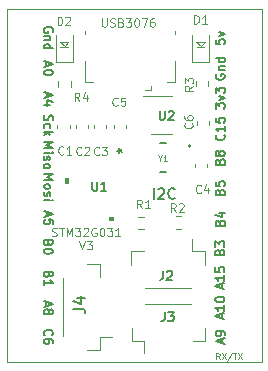
<source format=gbr>
G04 #@! TF.GenerationSoftware,KiCad,Pcbnew,(6.0.7)*
G04 #@! TF.CreationDate,2022-08-21T23:09:39-05:00*
G04 #@! TF.ProjectId,STM32QFN28Breakout,53544d33-3251-4464-9e32-38427265616b,rev?*
G04 #@! TF.SameCoordinates,Original*
G04 #@! TF.FileFunction,Legend,Top*
G04 #@! TF.FilePolarity,Positive*
%FSLAX46Y46*%
G04 Gerber Fmt 4.6, Leading zero omitted, Abs format (unit mm)*
G04 Created by KiCad (PCBNEW (6.0.7)) date 2022-08-21 23:09:39*
%MOMM*%
%LPD*%
G01*
G04 APERTURE LIST*
%ADD10C,0.100000*%
%ADD11C,0.120000*%
G04 #@! TA.AperFunction,Profile*
%ADD12C,0.050000*%
G04 #@! TD*
%ADD13C,0.152400*%
%ADD14C,0.127000*%
%ADD15C,0.150000*%
%ADD16C,0.120132*%
%ADD17C,0.200000*%
G04 APERTURE END LIST*
D10*
X209365333Y-79626666D02*
X209365333Y-80193333D01*
X209398666Y-80260000D01*
X209432000Y-80293333D01*
X209498666Y-80326666D01*
X209632000Y-80326666D01*
X209698666Y-80293333D01*
X209732000Y-80260000D01*
X209765333Y-80193333D01*
X209765333Y-79626666D01*
X210065333Y-80293333D02*
X210165333Y-80326666D01*
X210332000Y-80326666D01*
X210398666Y-80293333D01*
X210432000Y-80260000D01*
X210465333Y-80193333D01*
X210465333Y-80126666D01*
X210432000Y-80060000D01*
X210398666Y-80026666D01*
X210332000Y-79993333D01*
X210198666Y-79960000D01*
X210132000Y-79926666D01*
X210098666Y-79893333D01*
X210065333Y-79826666D01*
X210065333Y-79760000D01*
X210098666Y-79693333D01*
X210132000Y-79660000D01*
X210198666Y-79626666D01*
X210365333Y-79626666D01*
X210465333Y-79660000D01*
X210998666Y-79960000D02*
X211098666Y-79993333D01*
X211132000Y-80026666D01*
X211165333Y-80093333D01*
X211165333Y-80193333D01*
X211132000Y-80260000D01*
X211098666Y-80293333D01*
X211032000Y-80326666D01*
X210765333Y-80326666D01*
X210765333Y-79626666D01*
X210998666Y-79626666D01*
X211065333Y-79660000D01*
X211098666Y-79693333D01*
X211132000Y-79760000D01*
X211132000Y-79826666D01*
X211098666Y-79893333D01*
X211065333Y-79926666D01*
X210998666Y-79960000D01*
X210765333Y-79960000D01*
X211398666Y-79626666D02*
X211832000Y-79626666D01*
X211598666Y-79893333D01*
X211698666Y-79893333D01*
X211765333Y-79926666D01*
X211798666Y-79960000D01*
X211832000Y-80026666D01*
X211832000Y-80193333D01*
X211798666Y-80260000D01*
X211765333Y-80293333D01*
X211698666Y-80326666D01*
X211498666Y-80326666D01*
X211432000Y-80293333D01*
X211398666Y-80260000D01*
X212265333Y-79626666D02*
X212332000Y-79626666D01*
X212398666Y-79660000D01*
X212432000Y-79693333D01*
X212465333Y-79760000D01*
X212498666Y-79893333D01*
X212498666Y-80060000D01*
X212465333Y-80193333D01*
X212432000Y-80260000D01*
X212398666Y-80293333D01*
X212332000Y-80326666D01*
X212265333Y-80326666D01*
X212198666Y-80293333D01*
X212165333Y-80260000D01*
X212132000Y-80193333D01*
X212098666Y-80060000D01*
X212098666Y-79893333D01*
X212132000Y-79760000D01*
X212165333Y-79693333D01*
X212198666Y-79660000D01*
X212265333Y-79626666D01*
X212732000Y-79626666D02*
X213198666Y-79626666D01*
X212898666Y-80326666D01*
X213765333Y-79626666D02*
X213632000Y-79626666D01*
X213565333Y-79660000D01*
X213532000Y-79693333D01*
X213465333Y-79793333D01*
X213432000Y-79926666D01*
X213432000Y-80193333D01*
X213465333Y-80260000D01*
X213498666Y-80293333D01*
X213565333Y-80326666D01*
X213698666Y-80326666D01*
X213765333Y-80293333D01*
X213798666Y-80260000D01*
X213832000Y-80193333D01*
X213832000Y-80026666D01*
X213798666Y-79960000D01*
X213765333Y-79926666D01*
X213698666Y-79893333D01*
X213565333Y-79893333D01*
X213498666Y-79926666D01*
X213465333Y-79960000D01*
X213432000Y-80026666D01*
D11*
X206200600Y-81991900D02*
X205806900Y-81636300D01*
X206530800Y-81636300D02*
X206200600Y-81991900D01*
X205845000Y-82030000D02*
X206480000Y-82030000D01*
X205819600Y-81636300D02*
X206530800Y-81636300D01*
X217740600Y-81981900D02*
X217346900Y-81626300D01*
X217385000Y-82020000D02*
X218020000Y-82020000D01*
X218070800Y-81626300D02*
X217740600Y-81981900D01*
X217359600Y-81626300D02*
X218070800Y-81626300D01*
D12*
X201300000Y-78800000D02*
X201300000Y-108700000D01*
X201300000Y-108700000D02*
X222900000Y-108700000D01*
X222900000Y-108700000D02*
X222900000Y-78800000D01*
X222900000Y-78800000D02*
X201300000Y-78800000D01*
D13*
X213762166Y-94890166D02*
X213762166Y-94001166D01*
X214143166Y-94085833D02*
X214185500Y-94043500D01*
X214270166Y-94001166D01*
X214481833Y-94001166D01*
X214566500Y-94043500D01*
X214608833Y-94085833D01*
X214651166Y-94170500D01*
X214651166Y-94255166D01*
X214608833Y-94382166D01*
X214100833Y-94890166D01*
X214651166Y-94890166D01*
X215540166Y-94805500D02*
X215497833Y-94847833D01*
X215370833Y-94890166D01*
X215286166Y-94890166D01*
X215159166Y-94847833D01*
X215074500Y-94763166D01*
X215032166Y-94678500D01*
X214989833Y-94509166D01*
X214989833Y-94382166D01*
X215032166Y-94212833D01*
X215074500Y-94128166D01*
X215159166Y-94043500D01*
X215286166Y-94001166D01*
X215370833Y-94001166D01*
X215497833Y-94043500D01*
X215540166Y-94085833D01*
D10*
X219326190Y-108476190D02*
X219159523Y-108238095D01*
X219040476Y-108476190D02*
X219040476Y-107976190D01*
X219230952Y-107976190D01*
X219278571Y-108000000D01*
X219302380Y-108023809D01*
X219326190Y-108071428D01*
X219326190Y-108142857D01*
X219302380Y-108190476D01*
X219278571Y-108214285D01*
X219230952Y-108238095D01*
X219040476Y-108238095D01*
X219492857Y-107976190D02*
X219826190Y-108476190D01*
X219826190Y-107976190D02*
X219492857Y-108476190D01*
X220373809Y-107952380D02*
X219945238Y-108595238D01*
X220469047Y-107976190D02*
X220754761Y-107976190D01*
X220611904Y-108476190D02*
X220611904Y-107976190D01*
X220873809Y-107976190D02*
X221207142Y-108476190D01*
X221207142Y-107976190D02*
X220873809Y-108476190D01*
D14*
X204663000Y-103595714D02*
X204663000Y-103958571D01*
X204445285Y-103523142D02*
X205207285Y-103777142D01*
X204445285Y-104031142D01*
X204880714Y-104394000D02*
X204917000Y-104321428D01*
X204953285Y-104285142D01*
X205025857Y-104248857D01*
X205062142Y-104248857D01*
X205134714Y-104285142D01*
X205171000Y-104321428D01*
X205207285Y-104394000D01*
X205207285Y-104539142D01*
X205171000Y-104611714D01*
X205134714Y-104648000D01*
X205062142Y-104684285D01*
X205025857Y-104684285D01*
X204953285Y-104648000D01*
X204917000Y-104611714D01*
X204880714Y-104539142D01*
X204880714Y-104394000D01*
X204844428Y-104321428D01*
X204808142Y-104285142D01*
X204735571Y-104248857D01*
X204590428Y-104248857D01*
X204517857Y-104285142D01*
X204481571Y-104321428D01*
X204445285Y-104394000D01*
X204445285Y-104539142D01*
X204481571Y-104611714D01*
X204517857Y-104648000D01*
X204590428Y-104684285D01*
X204735571Y-104684285D01*
X204808142Y-104648000D01*
X204844428Y-104611714D01*
X204880714Y-104539142D01*
X205181000Y-80780142D02*
X205217285Y-80707571D01*
X205217285Y-80598714D01*
X205181000Y-80489857D01*
X205108428Y-80417285D01*
X205035857Y-80381000D01*
X204890714Y-80344714D01*
X204781857Y-80344714D01*
X204636714Y-80381000D01*
X204564142Y-80417285D01*
X204491571Y-80489857D01*
X204455285Y-80598714D01*
X204455285Y-80671285D01*
X204491571Y-80780142D01*
X204527857Y-80816428D01*
X204781857Y-80816428D01*
X204781857Y-80671285D01*
X204963285Y-81143000D02*
X204455285Y-81143000D01*
X204890714Y-81143000D02*
X204927000Y-81179285D01*
X204963285Y-81251857D01*
X204963285Y-81360714D01*
X204927000Y-81433285D01*
X204854428Y-81469571D01*
X204455285Y-81469571D01*
X204455285Y-82159000D02*
X205217285Y-82159000D01*
X204491571Y-82159000D02*
X204455285Y-82086428D01*
X204455285Y-81941285D01*
X204491571Y-81868714D01*
X204527857Y-81832428D01*
X204600428Y-81796142D01*
X204818142Y-81796142D01*
X204890714Y-81832428D01*
X204927000Y-81868714D01*
X204963285Y-81941285D01*
X204963285Y-82086428D01*
X204927000Y-82159000D01*
X204517857Y-106453000D02*
X204481571Y-106416714D01*
X204445285Y-106307857D01*
X204445285Y-106235285D01*
X204481571Y-106126428D01*
X204554142Y-106053857D01*
X204626714Y-106017571D01*
X204771857Y-105981285D01*
X204880714Y-105981285D01*
X205025857Y-106017571D01*
X205098428Y-106053857D01*
X205171000Y-106126428D01*
X205207285Y-106235285D01*
X205207285Y-106307857D01*
X205171000Y-106416714D01*
X205134714Y-106453000D01*
X205207285Y-107106142D02*
X205207285Y-106961000D01*
X205171000Y-106888428D01*
X205134714Y-106852142D01*
X205025857Y-106779571D01*
X204880714Y-106743285D01*
X204590428Y-106743285D01*
X204517857Y-106779571D01*
X204481571Y-106815857D01*
X204445285Y-106888428D01*
X204445285Y-107033571D01*
X204481571Y-107106142D01*
X204517857Y-107142428D01*
X204590428Y-107178714D01*
X204771857Y-107178714D01*
X204844428Y-107142428D01*
X204880714Y-107106142D01*
X204917000Y-107033571D01*
X204917000Y-106888428D01*
X204880714Y-106815857D01*
X204844428Y-106779571D01*
X204771857Y-106743285D01*
X204834428Y-98631571D02*
X204798142Y-98740428D01*
X204761857Y-98776714D01*
X204689285Y-98813000D01*
X204580428Y-98813000D01*
X204507857Y-98776714D01*
X204471571Y-98740428D01*
X204435285Y-98667857D01*
X204435285Y-98377571D01*
X205197285Y-98377571D01*
X205197285Y-98631571D01*
X205161000Y-98704142D01*
X205124714Y-98740428D01*
X205052142Y-98776714D01*
X204979571Y-98776714D01*
X204907000Y-98740428D01*
X204870714Y-98704142D01*
X204834428Y-98631571D01*
X204834428Y-98377571D01*
X205197285Y-99284714D02*
X205197285Y-99357285D01*
X205161000Y-99429857D01*
X205124714Y-99466142D01*
X205052142Y-99502428D01*
X204907000Y-99538714D01*
X204725571Y-99538714D01*
X204580428Y-99502428D01*
X204507857Y-99466142D01*
X204471571Y-99429857D01*
X204435285Y-99357285D01*
X204435285Y-99284714D01*
X204471571Y-99212142D01*
X204507857Y-99175857D01*
X204580428Y-99139571D01*
X204725571Y-99103285D01*
X204907000Y-99103285D01*
X205052142Y-99139571D01*
X205124714Y-99175857D01*
X205161000Y-99212142D01*
X205197285Y-99284714D01*
D10*
X205142666Y-98017833D02*
X205242666Y-98051166D01*
X205409333Y-98051166D01*
X205476000Y-98017833D01*
X205509333Y-97984500D01*
X205542666Y-97917833D01*
X205542666Y-97851166D01*
X205509333Y-97784500D01*
X205476000Y-97751166D01*
X205409333Y-97717833D01*
X205276000Y-97684500D01*
X205209333Y-97651166D01*
X205176000Y-97617833D01*
X205142666Y-97551166D01*
X205142666Y-97484500D01*
X205176000Y-97417833D01*
X205209333Y-97384500D01*
X205276000Y-97351166D01*
X205442666Y-97351166D01*
X205542666Y-97384500D01*
X205742666Y-97351166D02*
X206142666Y-97351166D01*
X205942666Y-98051166D02*
X205942666Y-97351166D01*
X206376000Y-98051166D02*
X206376000Y-97351166D01*
X206609333Y-97851166D01*
X206842666Y-97351166D01*
X206842666Y-98051166D01*
X207109333Y-97351166D02*
X207542666Y-97351166D01*
X207309333Y-97617833D01*
X207409333Y-97617833D01*
X207476000Y-97651166D01*
X207509333Y-97684500D01*
X207542666Y-97751166D01*
X207542666Y-97917833D01*
X207509333Y-97984500D01*
X207476000Y-98017833D01*
X207409333Y-98051166D01*
X207209333Y-98051166D01*
X207142666Y-98017833D01*
X207109333Y-97984500D01*
X207809333Y-97417833D02*
X207842666Y-97384500D01*
X207909333Y-97351166D01*
X208076000Y-97351166D01*
X208142666Y-97384500D01*
X208176000Y-97417833D01*
X208209333Y-97484500D01*
X208209333Y-97551166D01*
X208176000Y-97651166D01*
X207776000Y-98051166D01*
X208209333Y-98051166D01*
X208876000Y-97384500D02*
X208809333Y-97351166D01*
X208709333Y-97351166D01*
X208609333Y-97384500D01*
X208542666Y-97451166D01*
X208509333Y-97517833D01*
X208476000Y-97651166D01*
X208476000Y-97751166D01*
X208509333Y-97884500D01*
X208542666Y-97951166D01*
X208609333Y-98017833D01*
X208709333Y-98051166D01*
X208776000Y-98051166D01*
X208876000Y-98017833D01*
X208909333Y-97984500D01*
X208909333Y-97751166D01*
X208776000Y-97751166D01*
X209342666Y-97351166D02*
X209409333Y-97351166D01*
X209476000Y-97384500D01*
X209509333Y-97417833D01*
X209542666Y-97484500D01*
X209576000Y-97617833D01*
X209576000Y-97784500D01*
X209542666Y-97917833D01*
X209509333Y-97984500D01*
X209476000Y-98017833D01*
X209409333Y-98051166D01*
X209342666Y-98051166D01*
X209276000Y-98017833D01*
X209242666Y-97984500D01*
X209209333Y-97917833D01*
X209176000Y-97784500D01*
X209176000Y-97617833D01*
X209209333Y-97484500D01*
X209242666Y-97417833D01*
X209276000Y-97384500D01*
X209342666Y-97351166D01*
X209809333Y-97351166D02*
X210242666Y-97351166D01*
X210009333Y-97617833D01*
X210109333Y-97617833D01*
X210176000Y-97651166D01*
X210209333Y-97684500D01*
X210242666Y-97751166D01*
X210242666Y-97917833D01*
X210209333Y-97984500D01*
X210176000Y-98017833D01*
X210109333Y-98051166D01*
X209909333Y-98051166D01*
X209842666Y-98017833D01*
X209809333Y-97984500D01*
X210909333Y-98051166D02*
X210509333Y-98051166D01*
X210709333Y-98051166D02*
X210709333Y-97351166D01*
X210642666Y-97451166D01*
X210576000Y-97517833D01*
X210509333Y-97551166D01*
X207459333Y-98478166D02*
X207692666Y-99178166D01*
X207926000Y-98478166D01*
X208092666Y-98478166D02*
X208526000Y-98478166D01*
X208292666Y-98744833D01*
X208392666Y-98744833D01*
X208459333Y-98778166D01*
X208492666Y-98811500D01*
X208526000Y-98878166D01*
X208526000Y-99044833D01*
X208492666Y-99111500D01*
X208459333Y-99144833D01*
X208392666Y-99178166D01*
X208192666Y-99178166D01*
X208126000Y-99144833D01*
X208092666Y-99111500D01*
D14*
X204435285Y-90111428D02*
X205197285Y-90111428D01*
X204653000Y-90365428D01*
X205197285Y-90619428D01*
X204435285Y-90619428D01*
X204435285Y-90982285D02*
X204943285Y-90982285D01*
X205197285Y-90982285D02*
X205161000Y-90946000D01*
X205124714Y-90982285D01*
X205161000Y-91018571D01*
X205197285Y-90982285D01*
X205124714Y-90982285D01*
X204471571Y-91308857D02*
X204435285Y-91381428D01*
X204435285Y-91526571D01*
X204471571Y-91599142D01*
X204544142Y-91635428D01*
X204580428Y-91635428D01*
X204653000Y-91599142D01*
X204689285Y-91526571D01*
X204689285Y-91417714D01*
X204725571Y-91345142D01*
X204798142Y-91308857D01*
X204834428Y-91308857D01*
X204907000Y-91345142D01*
X204943285Y-91417714D01*
X204943285Y-91526571D01*
X204907000Y-91599142D01*
X204435285Y-92070857D02*
X204471571Y-91998285D01*
X204507857Y-91962000D01*
X204580428Y-91925714D01*
X204798142Y-91925714D01*
X204870714Y-91962000D01*
X204907000Y-91998285D01*
X204943285Y-92070857D01*
X204943285Y-92179714D01*
X204907000Y-92252285D01*
X204870714Y-92288571D01*
X204798142Y-92324857D01*
X204580428Y-92324857D01*
X204507857Y-92288571D01*
X204471571Y-92252285D01*
X204435285Y-92179714D01*
X204435285Y-92070857D01*
X219517000Y-102477142D02*
X219517000Y-102114285D01*
X219734714Y-102549714D02*
X218972714Y-102295714D01*
X219734714Y-102041714D01*
X219734714Y-101388571D02*
X219734714Y-101824000D01*
X219734714Y-101606285D02*
X218972714Y-101606285D01*
X219081571Y-101678857D01*
X219154142Y-101751428D01*
X219190428Y-101824000D01*
X218972714Y-100699142D02*
X218972714Y-101062000D01*
X219335571Y-101098285D01*
X219299285Y-101062000D01*
X219263000Y-100989428D01*
X219263000Y-100808000D01*
X219299285Y-100735428D01*
X219335571Y-100699142D01*
X219408142Y-100662857D01*
X219589571Y-100662857D01*
X219662142Y-100699142D01*
X219698428Y-100735428D01*
X219734714Y-100808000D01*
X219734714Y-100989428D01*
X219698428Y-101062000D01*
X219662142Y-101098285D01*
X218982714Y-81418857D02*
X218982714Y-81781714D01*
X219345571Y-81818000D01*
X219309285Y-81781714D01*
X219273000Y-81709142D01*
X219273000Y-81527714D01*
X219309285Y-81455142D01*
X219345571Y-81418857D01*
X219418142Y-81382571D01*
X219599571Y-81382571D01*
X219672142Y-81418857D01*
X219708428Y-81455142D01*
X219744714Y-81527714D01*
X219744714Y-81709142D01*
X219708428Y-81781714D01*
X219672142Y-81818000D01*
X219236714Y-81128571D02*
X219744714Y-80947142D01*
X219236714Y-80765714D01*
X219335571Y-99388428D02*
X219371857Y-99279571D01*
X219408142Y-99243285D01*
X219480714Y-99207000D01*
X219589571Y-99207000D01*
X219662142Y-99243285D01*
X219698428Y-99279571D01*
X219734714Y-99352142D01*
X219734714Y-99642428D01*
X218972714Y-99642428D01*
X218972714Y-99388428D01*
X219009000Y-99315857D01*
X219045285Y-99279571D01*
X219117857Y-99243285D01*
X219190428Y-99243285D01*
X219263000Y-99279571D01*
X219299285Y-99315857D01*
X219335571Y-99388428D01*
X219335571Y-99642428D01*
X218972714Y-98953000D02*
X218972714Y-98481285D01*
X219263000Y-98735285D01*
X219263000Y-98626428D01*
X219299285Y-98553857D01*
X219335571Y-98517571D01*
X219408142Y-98481285D01*
X219589571Y-98481285D01*
X219662142Y-98517571D01*
X219698428Y-98553857D01*
X219734714Y-98626428D01*
X219734714Y-98844142D01*
X219698428Y-98916714D01*
X219662142Y-98953000D01*
X219345571Y-96918428D02*
X219381857Y-96809571D01*
X219418142Y-96773285D01*
X219490714Y-96737000D01*
X219599571Y-96737000D01*
X219672142Y-96773285D01*
X219708428Y-96809571D01*
X219744714Y-96882142D01*
X219744714Y-97172428D01*
X218982714Y-97172428D01*
X218982714Y-96918428D01*
X219019000Y-96845857D01*
X219055285Y-96809571D01*
X219127857Y-96773285D01*
X219200428Y-96773285D01*
X219273000Y-96809571D01*
X219309285Y-96845857D01*
X219345571Y-96918428D01*
X219345571Y-97172428D01*
X219236714Y-96083857D02*
X219744714Y-96083857D01*
X218946428Y-96265285D02*
X219490714Y-96446714D01*
X219490714Y-95975000D01*
X219672142Y-89469857D02*
X219708428Y-89506142D01*
X219744714Y-89615000D01*
X219744714Y-89687571D01*
X219708428Y-89796428D01*
X219635857Y-89869000D01*
X219563285Y-89905285D01*
X219418142Y-89941571D01*
X219309285Y-89941571D01*
X219164142Y-89905285D01*
X219091571Y-89869000D01*
X219019000Y-89796428D01*
X218982714Y-89687571D01*
X218982714Y-89615000D01*
X219019000Y-89506142D01*
X219055285Y-89469857D01*
X219744714Y-88744142D02*
X219744714Y-89179571D01*
X219744714Y-88961857D02*
X218982714Y-88961857D01*
X219091571Y-89034428D01*
X219164142Y-89107000D01*
X219200428Y-89179571D01*
X218982714Y-88054714D02*
X218982714Y-88417571D01*
X219345571Y-88453857D01*
X219309285Y-88417571D01*
X219273000Y-88345000D01*
X219273000Y-88163571D01*
X219309285Y-88091000D01*
X219345571Y-88054714D01*
X219418142Y-88018428D01*
X219599571Y-88018428D01*
X219672142Y-88054714D01*
X219708428Y-88091000D01*
X219744714Y-88163571D01*
X219744714Y-88345000D01*
X219708428Y-88417571D01*
X219672142Y-88453857D01*
X204465285Y-92821428D02*
X205227285Y-92821428D01*
X204683000Y-93075428D01*
X205227285Y-93329428D01*
X204465285Y-93329428D01*
X204465285Y-93801142D02*
X204501571Y-93728571D01*
X204537857Y-93692285D01*
X204610428Y-93656000D01*
X204828142Y-93656000D01*
X204900714Y-93692285D01*
X204937000Y-93728571D01*
X204973285Y-93801142D01*
X204973285Y-93910000D01*
X204937000Y-93982571D01*
X204900714Y-94018857D01*
X204828142Y-94055142D01*
X204610428Y-94055142D01*
X204537857Y-94018857D01*
X204501571Y-93982571D01*
X204465285Y-93910000D01*
X204465285Y-93801142D01*
X204501571Y-94345428D02*
X204465285Y-94418000D01*
X204465285Y-94563142D01*
X204501571Y-94635714D01*
X204574142Y-94672000D01*
X204610428Y-94672000D01*
X204683000Y-94635714D01*
X204719285Y-94563142D01*
X204719285Y-94454285D01*
X204755571Y-94381714D01*
X204828142Y-94345428D01*
X204864428Y-94345428D01*
X204937000Y-94381714D01*
X204973285Y-94454285D01*
X204973285Y-94563142D01*
X204937000Y-94635714D01*
X204465285Y-94998571D02*
X204973285Y-94998571D01*
X205227285Y-94998571D02*
X205191000Y-94962285D01*
X205154714Y-94998571D01*
X205191000Y-95034857D01*
X205227285Y-94998571D01*
X205154714Y-94998571D01*
X219517000Y-105017142D02*
X219517000Y-104654285D01*
X219734714Y-105089714D02*
X218972714Y-104835714D01*
X219734714Y-104581714D01*
X219734714Y-103928571D02*
X219734714Y-104364000D01*
X219734714Y-104146285D02*
X218972714Y-104146285D01*
X219081571Y-104218857D01*
X219154142Y-104291428D01*
X219190428Y-104364000D01*
X218972714Y-103456857D02*
X218972714Y-103384285D01*
X219009000Y-103311714D01*
X219045285Y-103275428D01*
X219117857Y-103239142D01*
X219263000Y-103202857D01*
X219444428Y-103202857D01*
X219589571Y-103239142D01*
X219662142Y-103275428D01*
X219698428Y-103311714D01*
X219734714Y-103384285D01*
X219734714Y-103456857D01*
X219698428Y-103529428D01*
X219662142Y-103565714D01*
X219589571Y-103602000D01*
X219444428Y-103638285D01*
X219263000Y-103638285D01*
X219117857Y-103602000D01*
X219045285Y-103565714D01*
X219009000Y-103529428D01*
X218972714Y-103456857D01*
X204854428Y-101311571D02*
X204818142Y-101420428D01*
X204781857Y-101456714D01*
X204709285Y-101493000D01*
X204600428Y-101493000D01*
X204527857Y-101456714D01*
X204491571Y-101420428D01*
X204455285Y-101347857D01*
X204455285Y-101057571D01*
X205217285Y-101057571D01*
X205217285Y-101311571D01*
X205181000Y-101384142D01*
X205144714Y-101420428D01*
X205072142Y-101456714D01*
X204999571Y-101456714D01*
X204927000Y-101420428D01*
X204890714Y-101384142D01*
X204854428Y-101311571D01*
X204854428Y-101057571D01*
X204455285Y-102218714D02*
X204455285Y-101783285D01*
X204455285Y-102001000D02*
X205217285Y-102001000D01*
X205108428Y-101928428D01*
X205035857Y-101855857D01*
X204999571Y-101783285D01*
X219537000Y-107134285D02*
X219537000Y-106771428D01*
X219754714Y-107206857D02*
X218992714Y-106952857D01*
X219754714Y-106698857D01*
X219754714Y-106408571D02*
X219754714Y-106263428D01*
X219718428Y-106190857D01*
X219682142Y-106154571D01*
X219573285Y-106082000D01*
X219428142Y-106045714D01*
X219137857Y-106045714D01*
X219065285Y-106082000D01*
X219029000Y-106118285D01*
X218992714Y-106190857D01*
X218992714Y-106336000D01*
X219029000Y-106408571D01*
X219065285Y-106444857D01*
X219137857Y-106481142D01*
X219319285Y-106481142D01*
X219391857Y-106444857D01*
X219428142Y-106408571D01*
X219464428Y-106336000D01*
X219464428Y-106190857D01*
X219428142Y-106118285D01*
X219391857Y-106082000D01*
X219319285Y-106045714D01*
X204673000Y-85905714D02*
X204673000Y-86268571D01*
X204455285Y-85833142D02*
X205217285Y-86087142D01*
X204455285Y-86341142D01*
X204963285Y-86921714D02*
X204455285Y-86921714D01*
X205253571Y-86740285D02*
X204709285Y-86558857D01*
X204709285Y-87030571D01*
X204491571Y-87827285D02*
X204455285Y-87936142D01*
X204455285Y-88117571D01*
X204491571Y-88190142D01*
X204527857Y-88226428D01*
X204600428Y-88262714D01*
X204673000Y-88262714D01*
X204745571Y-88226428D01*
X204781857Y-88190142D01*
X204818142Y-88117571D01*
X204854428Y-87972428D01*
X204890714Y-87899857D01*
X204927000Y-87863571D01*
X204999571Y-87827285D01*
X205072142Y-87827285D01*
X205144714Y-87863571D01*
X205181000Y-87899857D01*
X205217285Y-87972428D01*
X205217285Y-88153857D01*
X205181000Y-88262714D01*
X204491571Y-88915857D02*
X204455285Y-88843285D01*
X204455285Y-88698142D01*
X204491571Y-88625571D01*
X204527857Y-88589285D01*
X204600428Y-88553000D01*
X204818142Y-88553000D01*
X204890714Y-88589285D01*
X204927000Y-88625571D01*
X204963285Y-88698142D01*
X204963285Y-88843285D01*
X204927000Y-88915857D01*
X204455285Y-89242428D02*
X205217285Y-89242428D01*
X204745571Y-89315000D02*
X204455285Y-89532714D01*
X204963285Y-89532714D02*
X204673000Y-89242428D01*
X219345571Y-94308428D02*
X219381857Y-94199571D01*
X219418142Y-94163285D01*
X219490714Y-94127000D01*
X219599571Y-94127000D01*
X219672142Y-94163285D01*
X219708428Y-94199571D01*
X219744714Y-94272142D01*
X219744714Y-94562428D01*
X218982714Y-94562428D01*
X218982714Y-94308428D01*
X219019000Y-94235857D01*
X219055285Y-94199571D01*
X219127857Y-94163285D01*
X219200428Y-94163285D01*
X219273000Y-94199571D01*
X219309285Y-94235857D01*
X219345571Y-94308428D01*
X219345571Y-94562428D01*
X218982714Y-93437571D02*
X218982714Y-93800428D01*
X219345571Y-93836714D01*
X219309285Y-93800428D01*
X219273000Y-93727857D01*
X219273000Y-93546428D01*
X219309285Y-93473857D01*
X219345571Y-93437571D01*
X219418142Y-93401285D01*
X219599571Y-93401285D01*
X219672142Y-93437571D01*
X219708428Y-93473857D01*
X219744714Y-93546428D01*
X219744714Y-93727857D01*
X219708428Y-93800428D01*
X219672142Y-93836714D01*
X219019000Y-84369857D02*
X218982714Y-84442428D01*
X218982714Y-84551285D01*
X219019000Y-84660142D01*
X219091571Y-84732714D01*
X219164142Y-84769000D01*
X219309285Y-84805285D01*
X219418142Y-84805285D01*
X219563285Y-84769000D01*
X219635857Y-84732714D01*
X219708428Y-84660142D01*
X219744714Y-84551285D01*
X219744714Y-84478714D01*
X219708428Y-84369857D01*
X219672142Y-84333571D01*
X219418142Y-84333571D01*
X219418142Y-84478714D01*
X219236714Y-84007000D02*
X219744714Y-84007000D01*
X219309285Y-84007000D02*
X219273000Y-83970714D01*
X219236714Y-83898142D01*
X219236714Y-83789285D01*
X219273000Y-83716714D01*
X219345571Y-83680428D01*
X219744714Y-83680428D01*
X219744714Y-82991000D02*
X218982714Y-82991000D01*
X219708428Y-82991000D02*
X219744714Y-83063571D01*
X219744714Y-83208714D01*
X219708428Y-83281285D01*
X219672142Y-83317571D01*
X219599571Y-83353857D01*
X219381857Y-83353857D01*
X219309285Y-83317571D01*
X219273000Y-83281285D01*
X219236714Y-83208714D01*
X219236714Y-83063571D01*
X219273000Y-82991000D01*
X219345571Y-91748428D02*
X219381857Y-91639571D01*
X219418142Y-91603285D01*
X219490714Y-91567000D01*
X219599571Y-91567000D01*
X219672142Y-91603285D01*
X219708428Y-91639571D01*
X219744714Y-91712142D01*
X219744714Y-92002428D01*
X218982714Y-92002428D01*
X218982714Y-91748428D01*
X219019000Y-91675857D01*
X219055285Y-91639571D01*
X219127857Y-91603285D01*
X219200428Y-91603285D01*
X219273000Y-91639571D01*
X219309285Y-91675857D01*
X219345571Y-91748428D01*
X219345571Y-92002428D01*
X219309285Y-91131571D02*
X219273000Y-91204142D01*
X219236714Y-91240428D01*
X219164142Y-91276714D01*
X219127857Y-91276714D01*
X219055285Y-91240428D01*
X219019000Y-91204142D01*
X218982714Y-91131571D01*
X218982714Y-90986428D01*
X219019000Y-90913857D01*
X219055285Y-90877571D01*
X219127857Y-90841285D01*
X219164142Y-90841285D01*
X219236714Y-90877571D01*
X219273000Y-90913857D01*
X219309285Y-90986428D01*
X219309285Y-91131571D01*
X219345571Y-91204142D01*
X219381857Y-91240428D01*
X219454428Y-91276714D01*
X219599571Y-91276714D01*
X219672142Y-91240428D01*
X219708428Y-91204142D01*
X219744714Y-91131571D01*
X219744714Y-90986428D01*
X219708428Y-90913857D01*
X219672142Y-90877571D01*
X219599571Y-90841285D01*
X219454428Y-90841285D01*
X219381857Y-90877571D01*
X219345571Y-90913857D01*
X219309285Y-90986428D01*
X218982714Y-87257142D02*
X218982714Y-86785428D01*
X219273000Y-87039428D01*
X219273000Y-86930571D01*
X219309285Y-86858000D01*
X219345571Y-86821714D01*
X219418142Y-86785428D01*
X219599571Y-86785428D01*
X219672142Y-86821714D01*
X219708428Y-86858000D01*
X219744714Y-86930571D01*
X219744714Y-87148285D01*
X219708428Y-87220857D01*
X219672142Y-87257142D01*
X219236714Y-86531428D02*
X219744714Y-86350000D01*
X219236714Y-86168571D01*
X218982714Y-85950857D02*
X218982714Y-85479142D01*
X219273000Y-85733142D01*
X219273000Y-85624285D01*
X219309285Y-85551714D01*
X219345571Y-85515428D01*
X219418142Y-85479142D01*
X219599571Y-85479142D01*
X219672142Y-85515428D01*
X219708428Y-85551714D01*
X219744714Y-85624285D01*
X219744714Y-85842000D01*
X219708428Y-85914571D01*
X219672142Y-85950857D01*
X204683000Y-95975714D02*
X204683000Y-96338571D01*
X204465285Y-95903142D02*
X205227285Y-96157142D01*
X204465285Y-96411142D01*
X205227285Y-97028000D02*
X205227285Y-96665142D01*
X204864428Y-96628857D01*
X204900714Y-96665142D01*
X204937000Y-96737714D01*
X204937000Y-96919142D01*
X204900714Y-96991714D01*
X204864428Y-97028000D01*
X204791857Y-97064285D01*
X204610428Y-97064285D01*
X204537857Y-97028000D01*
X204501571Y-96991714D01*
X204465285Y-96919142D01*
X204465285Y-96737714D01*
X204501571Y-96665142D01*
X204537857Y-96628857D01*
X204663000Y-83325714D02*
X204663000Y-83688571D01*
X204445285Y-83253142D02*
X205207285Y-83507142D01*
X204445285Y-83761142D01*
X205207285Y-84160285D02*
X205207285Y-84232857D01*
X205171000Y-84305428D01*
X205134714Y-84341714D01*
X205062142Y-84378000D01*
X204917000Y-84414285D01*
X204735571Y-84414285D01*
X204590428Y-84378000D01*
X204517857Y-84341714D01*
X204481571Y-84305428D01*
X204445285Y-84232857D01*
X204445285Y-84160285D01*
X204481571Y-84087714D01*
X204517857Y-84051428D01*
X204590428Y-84015142D01*
X204735571Y-83978857D01*
X204917000Y-83978857D01*
X205062142Y-84015142D01*
X205134714Y-84051428D01*
X205171000Y-84087714D01*
X205207285Y-84160285D01*
X208542708Y-93440794D02*
X208542708Y-94057651D01*
X208578994Y-94130222D01*
X208615280Y-94166508D01*
X208687851Y-94202794D01*
X208832994Y-94202794D01*
X208905565Y-94166508D01*
X208941851Y-94130222D01*
X208978137Y-94057651D01*
X208978137Y-93440794D01*
X209740137Y-94202794D02*
X209304708Y-94202794D01*
X209522422Y-94202794D02*
X209522422Y-93440794D01*
X209449851Y-93549651D01*
X209377280Y-93622222D01*
X209304708Y-93658508D01*
D15*
X210652380Y-90820000D02*
X210890476Y-90820000D01*
X210795238Y-91058095D02*
X210890476Y-90820000D01*
X210795238Y-90581904D01*
X211080952Y-90962857D02*
X210890476Y-90820000D01*
X211080952Y-90677142D01*
X206952380Y-104213333D02*
X207666666Y-104213333D01*
X207809523Y-104260952D01*
X207904761Y-104356190D01*
X207952380Y-104499047D01*
X207952380Y-104594285D01*
X207285714Y-103308571D02*
X207952380Y-103308571D01*
X206904761Y-103546666D02*
X207619047Y-103784761D01*
X207619047Y-103165714D01*
D10*
X206103333Y-91080000D02*
X206070000Y-91113333D01*
X205970000Y-91146666D01*
X205903333Y-91146666D01*
X205803333Y-91113333D01*
X205736666Y-91046666D01*
X205703333Y-90980000D01*
X205670000Y-90846666D01*
X205670000Y-90746666D01*
X205703333Y-90613333D01*
X205736666Y-90546666D01*
X205803333Y-90480000D01*
X205903333Y-90446666D01*
X205970000Y-90446666D01*
X206070000Y-90480000D01*
X206103333Y-90513333D01*
X206770000Y-91146666D02*
X206370000Y-91146666D01*
X206570000Y-91146666D02*
X206570000Y-90446666D01*
X206503333Y-90546666D01*
X206436666Y-90613333D01*
X206370000Y-90646666D01*
X207633333Y-91120000D02*
X207600000Y-91153333D01*
X207500000Y-91186666D01*
X207433333Y-91186666D01*
X207333333Y-91153333D01*
X207266666Y-91086666D01*
X207233333Y-91020000D01*
X207200000Y-90886666D01*
X207200000Y-90786666D01*
X207233333Y-90653333D01*
X207266666Y-90586666D01*
X207333333Y-90520000D01*
X207433333Y-90486666D01*
X207500000Y-90486666D01*
X207600000Y-90520000D01*
X207633333Y-90553333D01*
X207900000Y-90553333D02*
X207933333Y-90520000D01*
X208000000Y-90486666D01*
X208166666Y-90486666D01*
X208233333Y-90520000D01*
X208266666Y-90553333D01*
X208300000Y-90620000D01*
X208300000Y-90686666D01*
X208266666Y-90786666D01*
X207866666Y-91186666D01*
X208300000Y-91186666D01*
X209133333Y-91140000D02*
X209100000Y-91173333D01*
X209000000Y-91206666D01*
X208933333Y-91206666D01*
X208833333Y-91173333D01*
X208766666Y-91106666D01*
X208733333Y-91040000D01*
X208700000Y-90906666D01*
X208700000Y-90806666D01*
X208733333Y-90673333D01*
X208766666Y-90606666D01*
X208833333Y-90540000D01*
X208933333Y-90506666D01*
X209000000Y-90506666D01*
X209100000Y-90540000D01*
X209133333Y-90573333D01*
X209366666Y-90506666D02*
X209800000Y-90506666D01*
X209566666Y-90773333D01*
X209666666Y-90773333D01*
X209733333Y-90806666D01*
X209766666Y-90840000D01*
X209800000Y-90906666D01*
X209800000Y-91073333D01*
X209766666Y-91140000D01*
X209733333Y-91173333D01*
X209666666Y-91206666D01*
X209466666Y-91206666D01*
X209400000Y-91173333D01*
X209366666Y-91140000D01*
D14*
X214528040Y-100982834D02*
X214528040Y-101527120D01*
X214491754Y-101635977D01*
X214419182Y-101708548D01*
X214310325Y-101744834D01*
X214237754Y-101744834D01*
X214854611Y-101055405D02*
X214890897Y-101019120D01*
X214963468Y-100982834D01*
X215144897Y-100982834D01*
X215217468Y-101019120D01*
X215253754Y-101055405D01*
X215290040Y-101127977D01*
X215290040Y-101200548D01*
X215253754Y-101309405D01*
X214818325Y-101744834D01*
X215290040Y-101744834D01*
X214672660Y-104495614D02*
X214672660Y-105039900D01*
X214636374Y-105148757D01*
X214563802Y-105221328D01*
X214454945Y-105257614D01*
X214382374Y-105257614D01*
X214962945Y-104495614D02*
X215434660Y-104495614D01*
X215180660Y-104785900D01*
X215289517Y-104785900D01*
X215362088Y-104822185D01*
X215398374Y-104858471D01*
X215434660Y-104931042D01*
X215434660Y-105112471D01*
X215398374Y-105185042D01*
X215362088Y-105221328D01*
X215289517Y-105257614D01*
X215071802Y-105257614D01*
X214999231Y-105221328D01*
X214962945Y-105185042D01*
D10*
X217753333Y-94340000D02*
X217720000Y-94373333D01*
X217620000Y-94406666D01*
X217553333Y-94406666D01*
X217453333Y-94373333D01*
X217386666Y-94306666D01*
X217353333Y-94240000D01*
X217320000Y-94106666D01*
X217320000Y-94006666D01*
X217353333Y-93873333D01*
X217386666Y-93806666D01*
X217453333Y-93740000D01*
X217553333Y-93706666D01*
X217620000Y-93706666D01*
X217720000Y-93740000D01*
X217753333Y-93773333D01*
X218353333Y-93940000D02*
X218353333Y-94406666D01*
X218186666Y-93673333D02*
X218020000Y-94173333D01*
X218453333Y-94173333D01*
X210683333Y-86960000D02*
X210650000Y-86993333D01*
X210550000Y-87026666D01*
X210483333Y-87026666D01*
X210383333Y-86993333D01*
X210316666Y-86926666D01*
X210283333Y-86860000D01*
X210250000Y-86726666D01*
X210250000Y-86626666D01*
X210283333Y-86493333D01*
X210316666Y-86426666D01*
X210383333Y-86360000D01*
X210483333Y-86326666D01*
X210550000Y-86326666D01*
X210650000Y-86360000D01*
X210683333Y-86393333D01*
X211316666Y-86326666D02*
X210983333Y-86326666D01*
X210950000Y-86660000D01*
X210983333Y-86626666D01*
X211050000Y-86593333D01*
X211216666Y-86593333D01*
X211283333Y-86626666D01*
X211316666Y-86660000D01*
X211350000Y-86726666D01*
X211350000Y-86893333D01*
X211316666Y-86960000D01*
X211283333Y-86993333D01*
X211216666Y-87026666D01*
X211050000Y-87026666D01*
X210983333Y-86993333D01*
X210950000Y-86960000D01*
X216970000Y-88486666D02*
X217003333Y-88520000D01*
X217036666Y-88620000D01*
X217036666Y-88686666D01*
X217003333Y-88786666D01*
X216936666Y-88853333D01*
X216870000Y-88886666D01*
X216736666Y-88920000D01*
X216636666Y-88920000D01*
X216503333Y-88886666D01*
X216436666Y-88853333D01*
X216370000Y-88786666D01*
X216336666Y-88686666D01*
X216336666Y-88620000D01*
X216370000Y-88520000D01*
X216403333Y-88486666D01*
X216336666Y-87886666D02*
X216336666Y-88020000D01*
X216370000Y-88086666D01*
X216403333Y-88120000D01*
X216503333Y-88186666D01*
X216636666Y-88220000D01*
X216903333Y-88220000D01*
X216970000Y-88186666D01*
X217003333Y-88153333D01*
X217036666Y-88086666D01*
X217036666Y-87953333D01*
X217003333Y-87886666D01*
X216970000Y-87853333D01*
X216903333Y-87820000D01*
X216736666Y-87820000D01*
X216670000Y-87853333D01*
X216636666Y-87886666D01*
X216603333Y-87953333D01*
X216603333Y-88086666D01*
X216636666Y-88153333D01*
X216670000Y-88186666D01*
X216736666Y-88220000D01*
X217183333Y-80056666D02*
X217183333Y-79356666D01*
X217350000Y-79356666D01*
X217450000Y-79390000D01*
X217516666Y-79456666D01*
X217550000Y-79523333D01*
X217583333Y-79656666D01*
X217583333Y-79756666D01*
X217550000Y-79890000D01*
X217516666Y-79956666D01*
X217450000Y-80023333D01*
X217350000Y-80056666D01*
X217183333Y-80056666D01*
X218250000Y-80056666D02*
X217850000Y-80056666D01*
X218050000Y-80056666D02*
X218050000Y-79356666D01*
X217983333Y-79456666D01*
X217916666Y-79523333D01*
X217850000Y-79556666D01*
X205603333Y-80176666D02*
X205603333Y-79476666D01*
X205770000Y-79476666D01*
X205870000Y-79510000D01*
X205936666Y-79576666D01*
X205970000Y-79643333D01*
X206003333Y-79776666D01*
X206003333Y-79876666D01*
X205970000Y-80010000D01*
X205936666Y-80076666D01*
X205870000Y-80143333D01*
X205770000Y-80176666D01*
X205603333Y-80176666D01*
X206270000Y-79543333D02*
X206303333Y-79510000D01*
X206370000Y-79476666D01*
X206536666Y-79476666D01*
X206603333Y-79510000D01*
X206636666Y-79543333D01*
X206670000Y-79610000D01*
X206670000Y-79676666D01*
X206636666Y-79776666D01*
X206236666Y-80176666D01*
X206670000Y-80176666D01*
X212763333Y-95686666D02*
X212530000Y-95353333D01*
X212363333Y-95686666D02*
X212363333Y-94986666D01*
X212630000Y-94986666D01*
X212696666Y-95020000D01*
X212730000Y-95053333D01*
X212763333Y-95120000D01*
X212763333Y-95220000D01*
X212730000Y-95286666D01*
X212696666Y-95320000D01*
X212630000Y-95353333D01*
X212363333Y-95353333D01*
X213430000Y-95686666D02*
X213030000Y-95686666D01*
X213230000Y-95686666D02*
X213230000Y-94986666D01*
X213163333Y-95086666D01*
X213096666Y-95153333D01*
X213030000Y-95186666D01*
X215623333Y-95986666D02*
X215390000Y-95653333D01*
X215223333Y-95986666D02*
X215223333Y-95286666D01*
X215490000Y-95286666D01*
X215556666Y-95320000D01*
X215590000Y-95353333D01*
X215623333Y-95420000D01*
X215623333Y-95520000D01*
X215590000Y-95586666D01*
X215556666Y-95620000D01*
X215490000Y-95653333D01*
X215223333Y-95653333D01*
X215890000Y-95353333D02*
X215923333Y-95320000D01*
X215990000Y-95286666D01*
X216156666Y-95286666D01*
X216223333Y-95320000D01*
X216256666Y-95353333D01*
X216290000Y-95420000D01*
X216290000Y-95486666D01*
X216256666Y-95586666D01*
X215856666Y-95986666D01*
X216290000Y-95986666D01*
X217066666Y-85326666D02*
X216733333Y-85560000D01*
X217066666Y-85726666D02*
X216366666Y-85726666D01*
X216366666Y-85460000D01*
X216400000Y-85393333D01*
X216433333Y-85360000D01*
X216500000Y-85326666D01*
X216600000Y-85326666D01*
X216666666Y-85360000D01*
X216700000Y-85393333D01*
X216733333Y-85460000D01*
X216733333Y-85726666D01*
X216366666Y-85093333D02*
X216366666Y-84660000D01*
X216633333Y-84893333D01*
X216633333Y-84793333D01*
X216666666Y-84726666D01*
X216700000Y-84693333D01*
X216766666Y-84660000D01*
X216933333Y-84660000D01*
X217000000Y-84693333D01*
X217033333Y-84726666D01*
X217066666Y-84793333D01*
X217066666Y-84993333D01*
X217033333Y-85060000D01*
X217000000Y-85093333D01*
X207463333Y-86596666D02*
X207230000Y-86263333D01*
X207063333Y-86596666D02*
X207063333Y-85896666D01*
X207330000Y-85896666D01*
X207396666Y-85930000D01*
X207430000Y-85963333D01*
X207463333Y-86030000D01*
X207463333Y-86130000D01*
X207430000Y-86196666D01*
X207396666Y-86230000D01*
X207330000Y-86263333D01*
X207063333Y-86263333D01*
X208063333Y-86130000D02*
X208063333Y-86596666D01*
X207896666Y-85863333D02*
X207730000Y-86363333D01*
X208163333Y-86363333D01*
D14*
X214243288Y-87437954D02*
X214243288Y-88054811D01*
X214279574Y-88127382D01*
X214315860Y-88163668D01*
X214388431Y-88199954D01*
X214533574Y-88199954D01*
X214606145Y-88163668D01*
X214642431Y-88127382D01*
X214678717Y-88054811D01*
X214678717Y-87437954D01*
X215005288Y-87510525D02*
X215041574Y-87474240D01*
X215114145Y-87437954D01*
X215295574Y-87437954D01*
X215368145Y-87474240D01*
X215404431Y-87510525D01*
X215440717Y-87583097D01*
X215440717Y-87655668D01*
X215404431Y-87764525D01*
X214969002Y-88199954D01*
X215440717Y-88199954D01*
D16*
X214291337Y-91477458D02*
X214291337Y-91706281D01*
X214131161Y-91225754D02*
X214291337Y-91477458D01*
X214451513Y-91225754D01*
X214863393Y-91706281D02*
X214588806Y-91706281D01*
X214726100Y-91706281D02*
X214726100Y-91225754D01*
X214680335Y-91294400D01*
X214634571Y-91340165D01*
X214588806Y-91363047D01*
G36*
X210314540Y-96710754D02*
G01*
X209933540Y-96710754D01*
X209933540Y-96456754D01*
X210314540Y-96456754D01*
X210314540Y-96710754D01*
G37*
D10*
X210314540Y-96710754D02*
X209933540Y-96710754D01*
X209933540Y-96456754D01*
X210314540Y-96456754D01*
X210314540Y-96710754D01*
G36*
X206524606Y-93548200D02*
G01*
X206270606Y-93548200D01*
X206270606Y-93167200D01*
X206524606Y-93167200D01*
X206524606Y-93548200D01*
G37*
X206524606Y-93548200D02*
X206270606Y-93548200D01*
X206270606Y-93167200D01*
X206524606Y-93167200D01*
X206524606Y-93548200D01*
D11*
X213500000Y-85700000D02*
X213500000Y-85310000D01*
X213500000Y-85700000D02*
X213050000Y-85700000D01*
X207930000Y-85000000D02*
X208580000Y-85000000D01*
X207930000Y-83270000D02*
X207930000Y-85000000D01*
X215550000Y-80700000D02*
X215550000Y-80910000D01*
X207930000Y-80700000D02*
X207930000Y-80910000D01*
X215550000Y-83270000D02*
X215550000Y-85000000D01*
X215550000Y-85000000D02*
X214890000Y-85000000D01*
X208070000Y-107670000D02*
X209220000Y-107670000D01*
X209220000Y-100450000D02*
X209220000Y-101500000D01*
X209220000Y-106620000D02*
X210210000Y-106620000D01*
X209220000Y-107670000D02*
X209220000Y-106620000D01*
X206100000Y-106500000D02*
X206100000Y-101620000D01*
X208070000Y-100450000D02*
X209220000Y-100450000D01*
X205600000Y-88940580D02*
X205600000Y-88659420D01*
X206620000Y-88940580D02*
X206620000Y-88659420D01*
X208150000Y-88940580D02*
X208150000Y-88659420D01*
X207130000Y-88940580D02*
X207130000Y-88659420D01*
X208690000Y-88940580D02*
X208690000Y-88659420D01*
X209710000Y-88940580D02*
X209710000Y-88659420D01*
X217030000Y-99330000D02*
X217030000Y-98340000D01*
X218080000Y-99330000D02*
X217030000Y-99330000D01*
X211860000Y-100480000D02*
X211860000Y-99330000D01*
X216910000Y-102450000D02*
X213030000Y-102450000D01*
X211860000Y-99330000D02*
X212910000Y-99330000D01*
X218080000Y-100480000D02*
X218080000Y-99330000D01*
X218090000Y-105800000D02*
X218090000Y-106950000D01*
X218090000Y-106950000D02*
X217040000Y-106950000D01*
X212920000Y-106950000D02*
X212920000Y-107940000D01*
X213040000Y-103830000D02*
X216920000Y-103830000D01*
X211870000Y-106950000D02*
X212920000Y-106950000D01*
X211870000Y-105800000D02*
X211870000Y-106950000D01*
X217280000Y-91929420D02*
X217280000Y-92210580D01*
X218300000Y-91929420D02*
X218300000Y-92210580D01*
X210360000Y-88920580D02*
X210360000Y-88639420D01*
X211380000Y-88920580D02*
X211380000Y-88639420D01*
X218400000Y-88610580D02*
X218400000Y-88329420D01*
X217380000Y-88610580D02*
X217380000Y-88329420D01*
X216985000Y-81010000D02*
X216985000Y-83295000D01*
X218455000Y-83295000D02*
X218455000Y-81010000D01*
X216985000Y-83295000D02*
X218455000Y-83295000D01*
X206915000Y-83315000D02*
X206915000Y-81030000D01*
X205445000Y-81030000D02*
X205445000Y-83315000D01*
X205445000Y-83315000D02*
X206915000Y-83315000D01*
X212442742Y-96407500D02*
X212917258Y-96407500D01*
X212442742Y-97452500D02*
X212917258Y-97452500D01*
X215612742Y-96367500D02*
X216087258Y-96367500D01*
X215612742Y-97412500D02*
X216087258Y-97412500D01*
X218372500Y-85367258D02*
X218372500Y-84892742D01*
X217327500Y-85367258D02*
X217327500Y-84892742D01*
X206702500Y-84912742D02*
X206702500Y-85387258D01*
X205657500Y-84912742D02*
X205657500Y-85387258D01*
X213520000Y-89450000D02*
X215320000Y-89450000D01*
X215320000Y-86230000D02*
X212870000Y-86230000D01*
D14*
X214760000Y-92650000D02*
X214260000Y-92650000D01*
X214760000Y-90150000D02*
X214260000Y-90150000D01*
D17*
X216885000Y-90406000D02*
G75*
G03*
X216885000Y-90406000I-100000J0D01*
G01*
M02*

</source>
